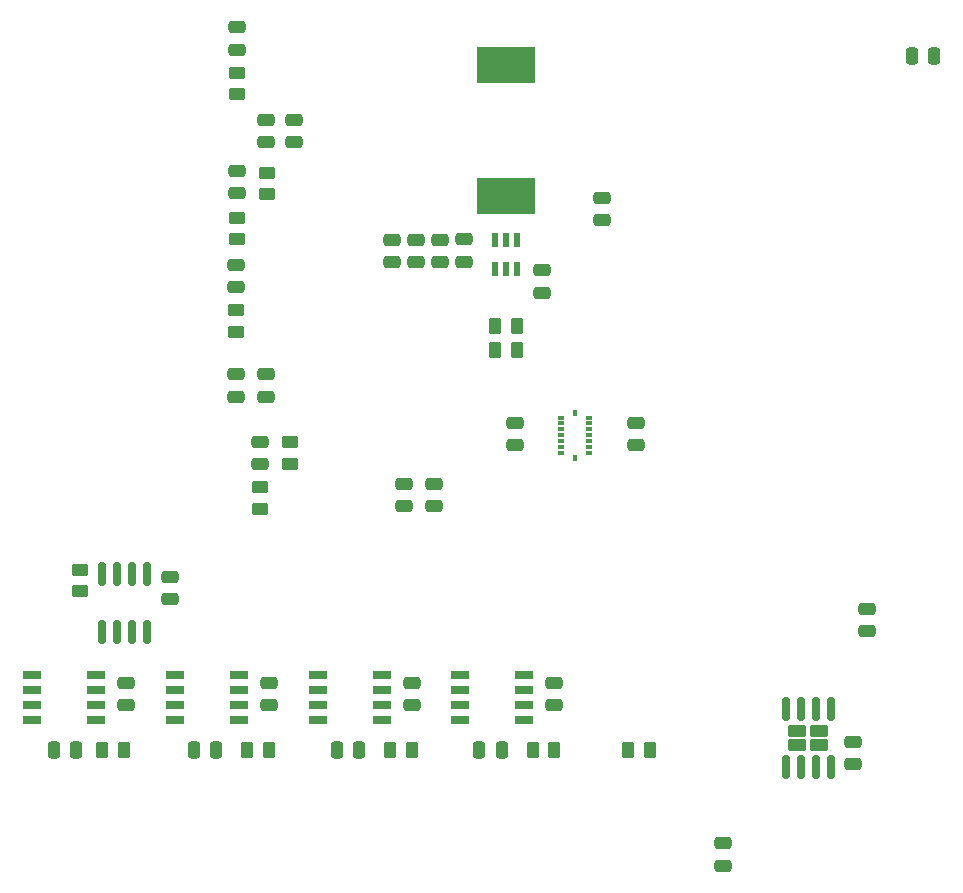
<source format=gtp>
G04 #@! TF.GenerationSoftware,KiCad,Pcbnew,(6.0.11)*
G04 #@! TF.CreationDate,2023-03-05T16:18:30-05:00*
G04 #@! TF.ProjectId,pre-thermal-throttle-pcb,7072652d-7468-4657-926d-616c2d746872,rev?*
G04 #@! TF.SameCoordinates,Original*
G04 #@! TF.FileFunction,Paste,Top*
G04 #@! TF.FilePolarity,Positive*
%FSLAX46Y46*%
G04 Gerber Fmt 4.6, Leading zero omitted, Abs format (unit mm)*
G04 Created by KiCad (PCBNEW (6.0.11)) date 2023-03-05 16:18:30*
%MOMM*%
%LPD*%
G01*
G04 APERTURE LIST*
G04 Aperture macros list*
%AMRoundRect*
0 Rectangle with rounded corners*
0 $1 Rounding radius*
0 $2 $3 $4 $5 $6 $7 $8 $9 X,Y pos of 4 corners*
0 Add a 4 corners polygon primitive as box body*
4,1,4,$2,$3,$4,$5,$6,$7,$8,$9,$2,$3,0*
0 Add four circle primitives for the rounded corners*
1,1,$1+$1,$2,$3*
1,1,$1+$1,$4,$5*
1,1,$1+$1,$6,$7*
1,1,$1+$1,$8,$9*
0 Add four rect primitives between the rounded corners*
20,1,$1+$1,$2,$3,$4,$5,0*
20,1,$1+$1,$4,$5,$6,$7,0*
20,1,$1+$1,$6,$7,$8,$9,0*
20,1,$1+$1,$8,$9,$2,$3,0*%
G04 Aperture macros list end*
%ADD10RoundRect,0.250000X0.262500X0.450000X-0.262500X0.450000X-0.262500X-0.450000X0.262500X-0.450000X0*%
%ADD11RoundRect,0.250000X0.475000X-0.250000X0.475000X0.250000X-0.475000X0.250000X-0.475000X-0.250000X0*%
%ADD12RoundRect,0.250000X-0.475000X0.250000X-0.475000X-0.250000X0.475000X-0.250000X0.475000X0.250000X0*%
%ADD13R,5.000000X3.100000*%
%ADD14RoundRect,0.250000X-0.450000X0.262500X-0.450000X-0.262500X0.450000X-0.262500X0.450000X0.262500X0*%
%ADD15RoundRect,0.250000X0.250000X0.475000X-0.250000X0.475000X-0.250000X-0.475000X0.250000X-0.475000X0*%
%ADD16RoundRect,0.250000X-0.262500X-0.450000X0.262500X-0.450000X0.262500X0.450000X-0.262500X0.450000X0*%
%ADD17R,1.525000X0.650000*%
%ADD18RoundRect,0.250000X-0.250000X-0.475000X0.250000X-0.475000X0.250000X0.475000X-0.250000X0.475000X0*%
%ADD19RoundRect,0.150000X0.150000X-0.825000X0.150000X0.825000X-0.150000X0.825000X-0.150000X-0.825000X0*%
%ADD20R,0.590000X0.350000*%
%ADD21R,0.350000X0.590000*%
%ADD22RoundRect,0.250000X-0.545000X0.255000X-0.545000X-0.255000X0.545000X-0.255000X0.545000X0.255000X0*%
%ADD23RoundRect,0.150000X-0.150000X0.825000X-0.150000X-0.825000X0.150000X-0.825000X0.150000X0.825000X0*%
%ADD24R,0.600000X1.250000*%
G04 APERTURE END LIST*
D10*
X183687000Y-117475000D03*
X181862000Y-117475000D03*
D11*
X156730000Y-87544000D03*
X156730000Y-85644000D03*
D10*
X180490500Y-83566000D03*
X178665500Y-83566000D03*
D11*
X210185000Y-107376000D03*
X210185000Y-105476000D03*
D12*
X190627000Y-89728000D03*
X190627000Y-91628000D03*
D11*
X173460000Y-96801000D03*
X173460000Y-94901000D03*
D13*
X179578000Y-70574000D03*
X179578000Y-59474000D03*
D14*
X159385000Y-68572500D03*
X159385000Y-70397500D03*
D12*
X187706000Y-70678000D03*
X187706000Y-72578000D03*
D11*
X197947000Y-127263000D03*
X197947000Y-125363000D03*
D15*
X143190000Y-117465000D03*
X141290000Y-117465000D03*
D14*
X161280000Y-91416500D03*
X161280000Y-93241500D03*
X156730000Y-80236500D03*
X156730000Y-82061500D03*
D11*
X158740000Y-93279000D03*
X158740000Y-91379000D03*
D10*
X171622000Y-117475000D03*
X169797000Y-117475000D03*
D16*
X178665500Y-81534000D03*
X180490500Y-81534000D03*
D12*
X183687000Y-111765000D03*
X183687000Y-113665000D03*
X171622000Y-111765000D03*
X171622000Y-113665000D03*
D15*
X167177000Y-117475000D03*
X165277000Y-117475000D03*
D14*
X156845000Y-72382500D03*
X156845000Y-74207500D03*
D12*
X147418000Y-111755000D03*
X147418000Y-113655000D03*
D17*
X144878000Y-114925000D03*
X144878000Y-113655000D03*
X144878000Y-112385000D03*
X144878000Y-111115000D03*
X139454000Y-111115000D03*
X139454000Y-112385000D03*
X139454000Y-113655000D03*
X139454000Y-114925000D03*
D18*
X213934000Y-58674000D03*
X215834000Y-58674000D03*
D12*
X176022000Y-74222000D03*
X176022000Y-76122000D03*
D11*
X156730000Y-78289000D03*
X156730000Y-76389000D03*
D10*
X147240000Y-117465000D03*
X145415000Y-117465000D03*
D19*
X145415000Y-107504000D03*
X146685000Y-107504000D03*
X147955000Y-107504000D03*
X149225000Y-107504000D03*
X149225000Y-102554000D03*
X147955000Y-102554000D03*
X146685000Y-102554000D03*
X145415000Y-102554000D03*
D10*
X159483000Y-117475000D03*
X157658000Y-117475000D03*
D12*
X171958000Y-74234000D03*
X171958000Y-76134000D03*
D14*
X156835000Y-60112500D03*
X156835000Y-61937500D03*
D11*
X159270000Y-87544000D03*
X159270000Y-85644000D03*
D17*
X157017000Y-114935000D03*
X157017000Y-113665000D03*
X157017000Y-112395000D03*
X157017000Y-111125000D03*
X151593000Y-111125000D03*
X151593000Y-112395000D03*
X151593000Y-113665000D03*
X151593000Y-114935000D03*
D15*
X179242000Y-117475000D03*
X177342000Y-117475000D03*
D10*
X191761000Y-117465000D03*
X189936000Y-117465000D03*
D11*
X159258000Y-65974000D03*
X159258000Y-64074000D03*
X208986000Y-118644000D03*
X208986000Y-116744000D03*
D14*
X158740000Y-95226500D03*
X158740000Y-97051500D03*
D20*
X186585000Y-89305000D03*
X186585000Y-89805000D03*
X186585000Y-90305000D03*
X186585000Y-90805000D03*
X186585000Y-91305000D03*
X186585000Y-91805000D03*
X186585000Y-92305000D03*
D21*
X185420000Y-92720000D03*
D20*
X184255000Y-92305000D03*
X184255000Y-91805000D03*
X184255000Y-91305000D03*
X184255000Y-90805000D03*
X184255000Y-90305000D03*
X184255000Y-89805000D03*
X184255000Y-89305000D03*
D21*
X185420000Y-88890000D03*
D17*
X181147000Y-114935000D03*
X181147000Y-113665000D03*
X181147000Y-112395000D03*
X181147000Y-111125000D03*
X175723000Y-111125000D03*
X175723000Y-112395000D03*
X175723000Y-113665000D03*
X175723000Y-114935000D03*
D14*
X143500000Y-102211500D03*
X143500000Y-104036500D03*
D11*
X161671000Y-65974000D03*
X161671000Y-64074000D03*
X156845000Y-70335000D03*
X156845000Y-68435000D03*
X151130000Y-104709000D03*
X151130000Y-102809000D03*
D12*
X159523000Y-111765000D03*
X159523000Y-113665000D03*
D17*
X169082000Y-114935000D03*
X169082000Y-113665000D03*
X169082000Y-112395000D03*
X169082000Y-111125000D03*
X163658000Y-111125000D03*
X163658000Y-112395000D03*
X163658000Y-113665000D03*
X163658000Y-114935000D03*
D11*
X156835000Y-58165000D03*
X156835000Y-56265000D03*
D22*
X204216000Y-117024000D03*
X206116000Y-115824000D03*
X204216000Y-115824000D03*
X206116000Y-117024000D03*
D23*
X207071000Y-113949000D03*
X205801000Y-113949000D03*
X204531000Y-113949000D03*
X203261000Y-113949000D03*
X203261000Y-118899000D03*
X204531000Y-118899000D03*
X205801000Y-118899000D03*
X207071000Y-118899000D03*
D24*
X180528000Y-74268000D03*
X179578000Y-74268000D03*
X178628000Y-74268000D03*
X178628000Y-76768000D03*
X179578000Y-76768000D03*
X180528000Y-76768000D03*
D11*
X182626000Y-78754000D03*
X182626000Y-76854000D03*
D12*
X169926000Y-74234000D03*
X169926000Y-76134000D03*
D11*
X170920000Y-96801000D03*
X170920000Y-94901000D03*
D12*
X173990000Y-74234000D03*
X173990000Y-76134000D03*
D15*
X155078000Y-117475000D03*
X153178000Y-117475000D03*
D11*
X180340000Y-91628000D03*
X180340000Y-89728000D03*
M02*

</source>
